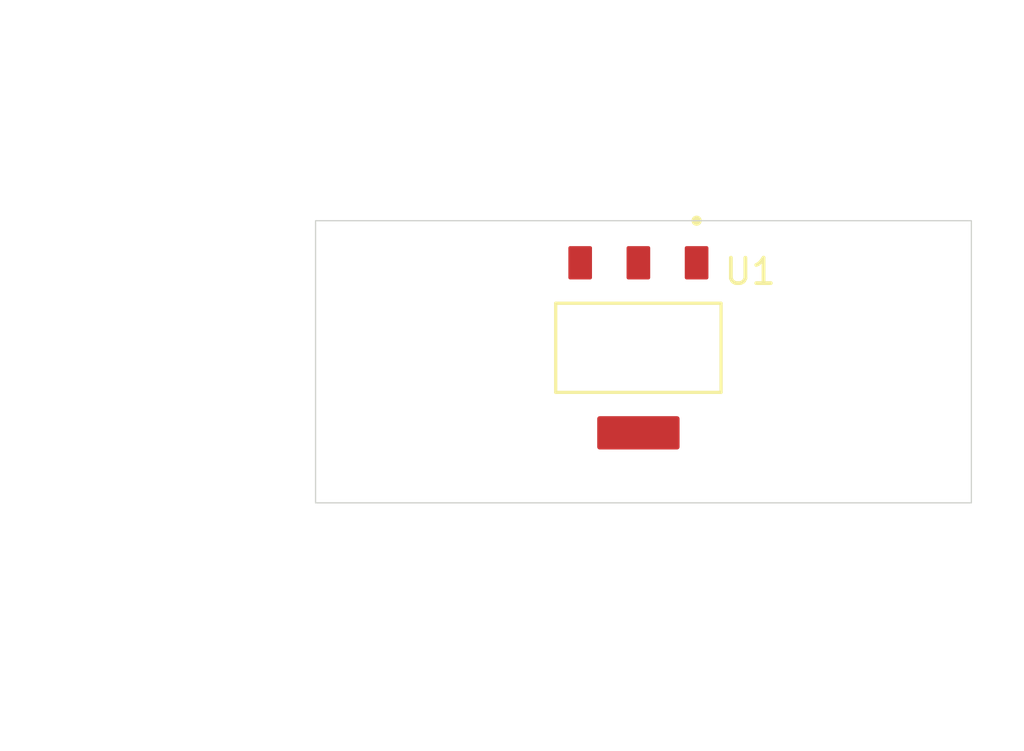
<source format=kicad_pcb>
(kicad_pcb (version 20240108) (generator "pcbnew") (generator_version "8.0")
  (layers (0 "F.Cu" signal) (31 "B.Cu" signal) (34 "B.Paste" user) (35 "F.Paste" user) (36 "B.SilkS" user "B.Silkscreen") (37 "F.SilkS" user "F.Silkscreen") (38 "B.Mask" user) (39 "F.Mask" user) (44 "Edge.Cuts" user))
  (net 0 "")
  (footprint "footprints:SOT229P700X180-4N" (layer "F.Cu") (at 32.7 25 -90)
    (property "Reference" "U1" (at -3 -4.4 180) (layer "F.SilkS"))
    (property "Value" "AMS1117-3.3")
    (fp_line (start -1.7525 3.2525) (end -1.7525 -3.2525) (stroke (width 0.127)) (layer "F.SilkS"))
    (fp_line (start 1.7525 3.2525) (end -1.7525 3.2525) (stroke (width 0.127)) (layer "F.SilkS"))
    (fp_line (start -1.7525 -3.2525) (end 1.7525 -3.2525) (stroke (width 0.127)) (layer "F.SilkS"))
    (fp_line (start 1.7525 -3.2525) (end 1.7525 3.2525) (stroke (width 0.127)) (layer "F.SilkS"))
    (fp_circle (center -5 -2.29) (end -4.9 -2.29) (stroke (width 0.2)) (fill none) (layer "F.SilkS"))
    (pad "1" smd roundrect (at -3.345 -2.29 270) (size 1.31 0.93) (layers "F.Cu" "F.Paste" "F.Mask") (roundrect_rratio 0.075))
    (pad "2" smd roundrect (at -3.345 0 270) (size 1.31 0.93) (layers "F.Cu" "F.Paste" "F.Mask") (roundrect_rratio 0.075))
    (pad "3" smd roundrect (at -3.345 2.29 270) (size 1.31 0.93) (layers "F.Cu" "F.Paste" "F.Mask") (roundrect_rratio 0.075))
    (pad "4" smd roundrect (at 3.345 0 270) (size 1.31 3.24) (layers "F.Cu" "F.Paste" "F.Mask") (roundrect_rratio 0.075))
  )
  (gr_rect (start 20 20) (end 45.8 31.1) (stroke (width 0.05)) (fill none) (layer "Edge.Cuts"))
)
</source>
